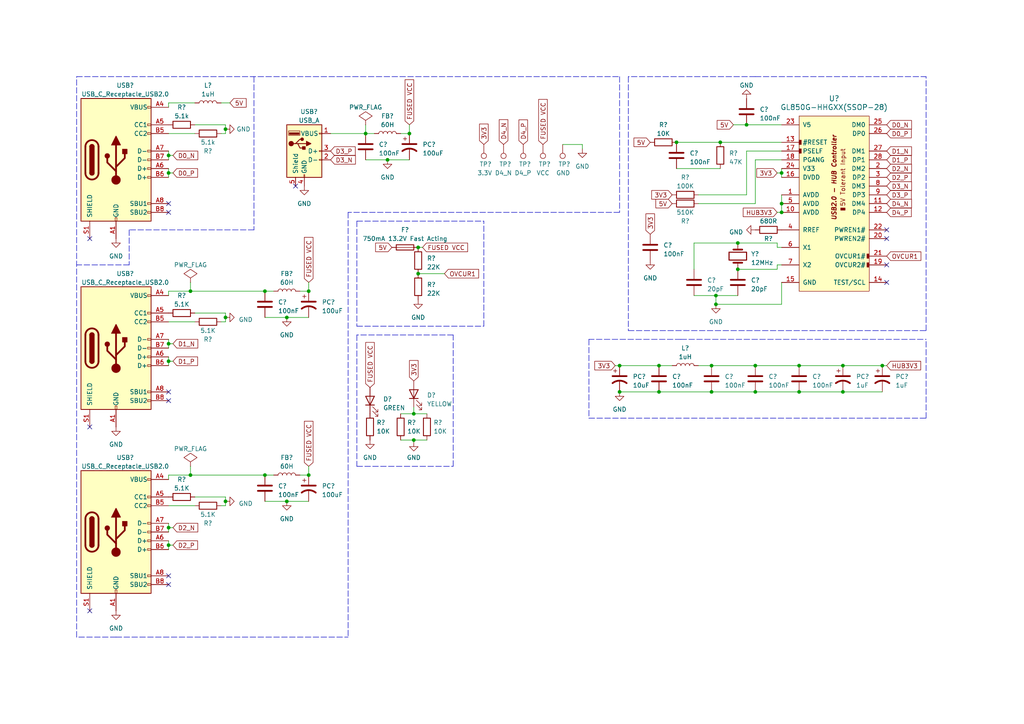
<source format=kicad_sch>
(kicad_sch (version 20211123) (generator eeschema)
  (paper "A4")
  (lib_symbols
    (symbol "Connector:TestPoint" (pin_numbers hide) (pin_names (offset 0.762) hide)
      (property "Reference" "TP" (at 0 6.858 0))
      (property "Value" "TestPoint" (at 0 5.08 0))
      (symbol "TestPoint_0_1"
        (circle (center 0 3.302) (radius 0.762))
      )
      (symbol "TestPoint_1_1"
        (pin passive line (at 0 0 90) (length 2.54) (name "1") (number "1"))
      )
    )
    (symbol "Connector:USB_A" (pin_names (offset 1.016))
      (property "Reference" "J" (at -5.08 11.43 0))
      (property "Value" "USB_A" (at -5.08 8.89 0))
      (symbol "USB_A_0_1"
        (rectangle (start -5.08 -7.62) (end 5.08 7.62) (stroke (width 0.254)) (fill (type background)))
        (circle (center -3.81 2.159) (radius 0.635) (stroke (width 0.254)) (fill (type outline)))
        (rectangle (start -1.524 4.826) (end -4.318 5.334) (fill (type outline)))
        (rectangle (start -1.27 4.572) (end -4.572 5.842))
        (circle (center -0.635 3.429) (radius 0.381) (stroke (width 0.254)) (fill (type outline)))
        (rectangle (start -0.127 -7.62) (end 0.127 -6.858))
        (polyline (pts (xy -3.175 2.159) (xy -2.54 2.159) (xy -1.27 3.429) (xy -0.635 3.429)) (stroke (width 0.254)))
        (polyline (pts (xy -2.54 2.159) (xy -1.905 2.159) (xy -1.27 0.889) (xy 0 0.889)) (stroke (width 0.254)))
        (polyline (pts (xy 0.635 2.794) (xy 0.635 1.524) (xy 1.905 2.159) (xy 0.635 2.794)) (stroke (width 0.254)) (fill (type outline)))
        (rectangle (start 0.254 1.27) (end -0.508 0.508) (stroke (width 0.254)) (fill (type outline)))
        (rectangle (start 5.08 -2.667) (end 4.318 -2.413))
        (rectangle (start 5.08 -0.127) (end 4.318 0.127))
        (rectangle (start 5.08 4.953) (end 4.318 5.207))
      )
      (symbol "USB_A_1_1"
        (polyline (pts (xy -1.905 2.159) (xy 0.635 2.159)) (stroke (width 0.254)))
        (pin power_in line (at 7.62 5.08 180) (length 2.54) (name "VBUS") (number "1"))
        (pin bidirectional line (at 7.62 -2.54 180) (length 2.54) (name "D-") (number "2"))
        (pin bidirectional line (at 7.62 0 180) (length 2.54) (name "D+") (number "3"))
        (pin power_in line (at 0 -10.16 90) (length 2.54) (name "GND") (number "4"))
        (pin passive line (at -2.54 -10.16 90) (length 2.54) (name "Shield") (number "5"))
      )
    )
    (symbol "Connector:USB_C_Receptacle_USB2.0" (pin_names (offset 1.016))
      (property "Reference" "J" (at -10.16 19.05 0))
      (property "Value" "USB_C_Receptacle_USB2.0" (at 19.05 19.05 0))
      (symbol "USB_C_Receptacle_USB2.0_0_0"
        (rectangle (start -0.254 -17.78) (end 0.254 -16.764))
        (rectangle (start 10.16 -14.986) (end 9.144 -15.494))
        (rectangle (start 10.16 -12.446) (end 9.144 -12.954))
        (rectangle (start 10.16 -4.826) (end 9.144 -5.334))
        (rectangle (start 10.16 -2.286) (end 9.144 -2.794))
        (rectangle (start 10.16 0.254) (end 9.144 -0.254))
        (rectangle (start 10.16 2.794) (end 9.144 2.286))
        (rectangle (start 10.16 7.874) (end 9.144 7.366))
        (rectangle (start 10.16 10.414) (end 9.144 9.906))
        (rectangle (start 10.16 15.494) (end 9.144 14.986))
      )
      (symbol "USB_C_Receptacle_USB2.0_0_1"
        (rectangle (start -10.16 17.78) (end 10.16 -17.78) (stroke (width 0.254)) (fill (type background)))
        (arc (start -8.89 -3.81) (mid -6.985 -5.715) (end -5.08 -3.81) (stroke (width 0.508)))
        (arc (start -7.62 -3.81) (mid -6.985 -4.445) (end -6.35 -3.81) (stroke (width 0.254)))
        (arc (start -7.62 -3.81) (mid -6.985 -4.445) (end -6.35 -3.81) (stroke (width 0.254)) (fill (type outline)))
        (rectangle (start -7.62 -3.81) (end -6.35 3.81) (stroke (width 0.254)) (fill (type outline)))
        (arc (start -6.35 3.81) (mid -6.985 4.445) (end -7.62 3.81) (stroke (width 0.254)))
        (arc (start -6.35 3.81) (mid -6.985 4.445) (end -7.62 3.81) (stroke (width 0.254)) (fill (type outline)))
        (arc (start -5.08 3.81) (mid -6.985 5.715) (end -8.89 3.81) (stroke (width 0.508)))
        (circle (center -2.54 1.143) (radius 0.635) (stroke (width 0.254)) (fill (type outline)))
        (circle (center 0 -5.842) (radius 1.27) (fill (type outline)))
        (polyline (pts (xy -8.89 -3.81) (xy -8.89 3.81)) (stroke (width 0.508)))
        (polyline (pts (xy -5.08 3.81) (xy -5.08 -3.81)) (stroke (width 0.508)))
        (polyline (pts (xy 0 -5.842) (xy 0 4.318)) (stroke (width 0.508)))
        (polyline (pts (xy 0 -3.302) (xy -2.54 -0.762) (xy -2.54 0.508)) (stroke (width 0.508)))
        (polyline (pts (xy 0 -2.032) (xy 2.54 0.508) (xy 2.54 1.778)) (stroke (width 0.508)))
        (polyline (pts (xy -1.27 4.318) (xy 0 6.858) (xy 1.27 4.318) (xy -1.27 4.318)) (stroke (width 0.254)) (fill (type outline)))
        (rectangle (start 1.905 1.778) (end 3.175 3.048) (stroke (width 0.254)) (fill (type outline)))
      )
      (symbol "USB_C_Receptacle_USB2.0_1_1"
        (pin passive line (at 0 -22.86 90) (length 5.08) (name "GND") (number "A1"))
        (pin passive line (at 0 -22.86 90) (length 5.08) hide (name "GND") (number "A12"))
        (pin passive line (at 15.24 15.24 180) (length 5.08) (name "VBUS") (number "A4"))
        (pin bidirectional line (at 15.24 10.16 180) (length 5.08) (name "CC1") (number "A5"))
        (pin bidirectional line (at 15.24 -2.54 180) (length 5.08) (name "D+") (number "A6"))
        (pin bidirectional line (at 15.24 2.54 180) (length 5.08) (name "D-") (number "A7"))
        (pin bidirectional line (at 15.24 -12.7 180) (length 5.08) (name "SBU1") (number "A8"))
        (pin passive line (at 15.24 15.24 180) (length 5.08) hide (name "VBUS") (number "A9"))
        (pin passive line (at 0 -22.86 90) (length 5.08) hide (name "GND") (number "B1"))
        (pin passive line (at 0 -22.86 90) (length 5.08) hide (name "GND") (number "B12"))
        (pin passive line (at 15.24 15.24 180) (length 5.08) hide (name "VBUS") (number "B4"))
        (pin bidirectional line (at 15.24 7.62 180) (length 5.08) (name "CC2") (number "B5"))
        (pin bidirectional line (at 15.24 -5.08 180) (length 5.08) (name "D+") (number "B6"))
        (pin bidirectional line (at 15.24 0 180) (length 5.08) (name "D-") (number "B7"))
        (pin bidirectional line (at 15.24 -15.24 180) (length 5.08) (name "SBU2") (number "B8"))
        (pin passive line (at 15.24 15.24 180) (length 5.08) hide (name "VBUS") (number "B9"))
        (pin passive line (at -7.62 -22.86 90) (length 5.08) (name "SHIELD") (number "S1"))
      )
    )
    (symbol "Device:C" (pin_numbers hide) (pin_names (offset 0.254))
      (property "Reference" "C" (at 0.635 2.54 0))
      (property "Value" "C" (at 0.635 -2.54 0))
      (symbol "C_0_1"
        (polyline (pts (xy -2.032 -0.762) (xy 2.032 -0.762)) (stroke (width 0.508)))
        (polyline (pts (xy -2.032 0.762) (xy 2.032 0.762)) (stroke (width 0.508)))
      )
      (symbol "C_1_1"
        (pin passive line (at 0 3.81 270) (length 2.794) (name "~") (number "1"))
        (pin passive line (at 0 -3.81 90) (length 2.794) (name "~") (number "2"))
      )
    )
    (symbol "Device:C_Polarized_US" (pin_numbers hide) (pin_names (offset 0.254) hide)
      (property "Reference" "C" (at 0.635 2.54 0))
      (property "Value" "C_Polarized_US" (at 0.635 -2.54 0))
      (symbol "C_Polarized_US_0_1"
        (polyline (pts (xy -2.032 0.762) (xy 2.032 0.762)) (stroke (width 0.508)))
        (polyline (pts (xy -1.778 2.286) (xy -0.762 2.286)))
        (polyline (pts (xy -1.27 1.778) (xy -1.27 2.794)))
        (arc (start 2.032 -1.27) (mid 0 -0.5572) (end -2.032 -1.27) (stroke (width 0.508)))
      )
      (symbol "C_Polarized_US_1_1"
        (pin passive line (at 0 3.81 270) (length 2.794) (name "~") (number "1"))
        (pin passive line (at 0 -3.81 90) (length 3.302) (name "~") (number "2"))
      )
    )
    (symbol "Device:Crystal" (pin_numbers hide) (pin_names (offset 1.016) hide)
      (property "Reference" "Y" (at 0 3.81 0))
      (property "Value" "Crystal" (at 0 -3.81 0))
      (symbol "Crystal_0_1"
        (rectangle (start -1.143 2.54) (end 1.143 -2.54) (stroke (width 0.3048)))
        (polyline (pts (xy -2.54 0) (xy -1.905 0)))
        (polyline (pts (xy -1.905 -1.27) (xy -1.905 1.27)) (stroke (width 0.508)))
        (polyline (pts (xy 1.905 -1.27) (xy 1.905 1.27)) (stroke (width 0.508)))
        (polyline (pts (xy 2.54 0) (xy 1.905 0)))
      )
      (symbol "Crystal_1_1"
        (pin passive line (at -3.81 0 0) (length 1.27) (name "1") (number "1"))
        (pin passive line (at 3.81 0 180) (length 1.27) (name "2") (number "2"))
      )
    )
    (symbol "Device:Fuse" (pin_numbers hide) (pin_names (offset 0))
      (property "Reference" "F" (at 2.032 0 90))
      (property "Value" "Fuse" (at -1.905 0 90))
      (symbol "Fuse_0_1"
        (rectangle (start -0.762 -2.54) (end 0.762 2.54) (stroke (width 0.254)))
        (polyline (pts (xy 0 2.54) (xy 0 -2.54)))
      )
      (symbol "Fuse_1_1"
        (pin passive line (at 0 3.81 270) (length 1.27) (name "~") (number "1"))
        (pin passive line (at 0 -3.81 90) (length 1.27) (name "~") (number "2"))
      )
    )
    (symbol "Device:L" (pin_numbers hide) (pin_names (offset 1.016) hide)
      (property "Reference" "L" (at -1.27 0 90))
      (property "Value" "L" (at 1.905 0 90))
      (symbol "L_0_1"
        (arc (start 0 -2.54) (mid 0.635 -1.905) (end 0 -1.27))
        (arc (start 0 -1.27) (mid 0.635 -0.635) (end 0 0))
        (arc (start 0 0) (mid 0.635 0.635) (end 0 1.27))
        (arc (start 0 1.27) (mid 0.635 1.905) (end 0 2.54))
      )
      (symbol "L_1_1"
        (pin passive line (at 0 3.81 270) (length 1.27) (name "1") (number "1"))
        (pin passive line (at 0 -3.81 90) (length 1.27) (name "2") (number "2"))
      )
    )
    (symbol "Device:LED" (pin_numbers hide) (pin_names (offset 1.016) hide)
      (property "Reference" "D" (at 0 2.54 0))
      (property "Value" "LED" (at 0 -2.54 0))
      (symbol "LED_0_1"
        (polyline (pts (xy -1.27 -1.27) (xy -1.27 1.27)) (stroke (width 0.254)))
        (polyline (pts (xy -1.27 0) (xy 1.27 0)))
        (polyline (pts (xy 1.27 -1.27) (xy 1.27 1.27) (xy -1.27 0) (xy 1.27 -1.27)) (stroke (width 0.254)))
        (polyline (pts (xy -3.048 -0.762) (xy -4.572 -2.286) (xy -3.81 -2.286) (xy -4.572 -2.286) (xy -4.572 -1.524)))
        (polyline (pts (xy -1.778 -0.762) (xy -3.302 -2.286) (xy -2.54 -2.286) (xy -3.302 -2.286) (xy -3.302 -1.524)))
      )
      (symbol "LED_1_1"
        (pin passive line (at -3.81 0 0) (length 2.54) (name "K") (number "1"))
        (pin passive line (at 3.81 0 180) (length 2.54) (name "A") (number "2"))
      )
    )
    (symbol "Device:R" (pin_numbers hide) (pin_names (offset 0))
      (property "Reference" "R" (at 2.032 0 90))
      (property "Value" "R" (at 0 0 90))
      (symbol "R_0_1"
        (rectangle (start -1.016 -2.54) (end 1.016 2.54) (stroke (width 0.254)))
      )
      (symbol "R_1_1"
        (pin passive line (at 0 3.81 270) (length 1.27) (name "~") (number "1"))
        (pin passive line (at 0 -3.81 90) (length 1.27) (name "~") (number "2"))
      )
    )
    (symbol "OLIMEX_IC:GL850G-HHGXX(SSOP-28)" (pin_names (offset 1.016))
      (property "Reference" "U" (at 0 27.94 0))
      (property "Value" "GL850G-HHGXX(SSOP-28)" (at 0 -27.94 0))
      (symbol "GL850G-HHGXX(SSOP-28)_0_0"
        (rectangle (start -10.16 15.875) (end -9.525 14.605) (fill (type outline)))
        (rectangle (start -10.16 18.415) (end -9.525 17.145) (fill (type outline)))
        (rectangle (start 1.905 -1.905) (end 3.175 -1.27) (fill (type outline)))
        (rectangle (start 9.525 -17.145) (end 10.16 -18.415) (fill (type outline)))
        (rectangle (start 9.525 -14.605) (end 10.16 -15.875) (fill (type outline)))
        (text "5V Tolerant Input" (at 2.54 7.62 900) (effects (font (size 1.27 1.27))))
        (text "USB2.0 - HUB Controller" (at 0 7.62 900) (effects (font (size 1.27 1.27) bold italic)))
      )
      (symbol "GL850G-HHGXX(SSOP-28)_0_1"
        (rectangle (start -10.16 25.4) (end 10.16 -25.4) (fill (type background)))
      )
      (symbol "GL850G-HHGXX(SSOP-28)_1_1"
        (pin power_in line (at -15.24 2.54 0) (length 5.08) (name "AVDD") (number "1"))
        (pin power_in line (at -15.24 -2.54 0) (length 5.08) (name "AVDD") (number "10"))
        (pin bidirectional line (at 15.24 0 180) (length 5.08) (name "DM4") (number "11"))
        (pin bidirectional line (at 15.24 -2.54 180) (length 5.08) (name "DP4") (number "12"))
        (pin input line (at -15.24 17.78 0) (length 5.08) (name "#RESET") (number "13"))
        (pin input line (at 15.24 -22.86 180) (length 5.08) (name "TEST/SCL") (number "14"))
        (pin power_in line (at -15.24 -22.86 0) (length 5.08) (name "GND") (number "15"))
        (pin power_in line (at -15.24 7.62 0) (length 5.08) (name "DVDD") (number "16"))
        (pin input line (at -15.24 15.24 0) (length 5.08) (name "PSELF") (number "17"))
        (pin bidirectional line (at -15.24 12.7 0) (length 5.08) (name "PGANG") (number "18"))
        (pin bidirectional line (at 15.24 -17.78 180) (length 5.08) (name "OVCUR2#") (number "19"))
        (pin bidirectional line (at 15.24 10.16 180) (length 5.08) (name "DM2") (number "2"))
        (pin output line (at 15.24 -10.16 180) (length 5.08) (name "PWREN2#") (number "20"))
        (pin bidirectional line (at 15.24 -15.24 180) (length 5.08) (name "OVCUR1#") (number "21"))
        (pin output line (at 15.24 -7.62 180) (length 5.08) (name "PWREN1#") (number "22"))
        (pin power_in line (at -15.24 22.86 0) (length 5.08) (name "V5") (number "23"))
        (pin power_out line (at -15.24 10.16 0) (length 5.08) (name "V33") (number "24"))
        (pin bidirectional line (at 15.24 22.86 180) (length 5.08) (name "DM0") (number "25"))
        (pin bidirectional line (at 15.24 20.32 180) (length 5.08) (name "DP0") (number "26"))
        (pin bidirectional line (at 15.24 15.24 180) (length 5.08) (name "DM1") (number "27"))
        (pin bidirectional line (at 15.24 12.7 180) (length 5.08) (name "DP1") (number "28"))
        (pin bidirectional line (at 15.24 7.62 180) (length 5.08) (name "DP2") (number "3"))
        (pin bidirectional line (at -15.24 -7.62 0) (length 5.08) (name "RREF") (number "4"))
        (pin power_in line (at -15.24 0 0) (length 5.08) (name "AVDD") (number "5"))
        (pin input line (at -15.24 -12.7 0) (length 5.08) (name "X1") (number "6"))
        (pin output line (at -15.24 -17.78 0) (length 5.08) (name "X2") (number "7"))
        (pin bidirectional line (at 15.24 5.08 180) (length 5.08) (name "DM3") (number "8"))
        (pin bidirectional line (at 15.24 2.54 180) (length 5.08) (name "DP3") (number "9"))
      )
    )
    (symbol "OLIMEX_Power:GND" (power) (pin_names (offset 0))
      (property "Value" "GND" (at 0 -3.81 0))
      (symbol "GND_0_1"
        (polyline (pts (xy 0 0) (xy 0 -1.27) (xy 1.27 -1.27) (xy 0 -2.54) (xy -1.27 -1.27) (xy 0 -1.27)))
      )
      (symbol "GND_1_1"
        (pin power_in line (at 0 0 270) (length 0) hide (name "GND") (number "1"))
      )
    )
    (symbol "OLIMEX_Power:PWR_FLAG" (power) (pin_numbers hide) (pin_names (offset 0) hide)
      (property "Value" "PWR_FLAG" (at 0 4.572 0))
      (symbol "PWR_FLAG_0_0"
        (pin power_out line (at 0 0 90) (length 0) (name "pwr") (number "1"))
      )
      (symbol "PWR_FLAG_0_1"
        (polyline (pts (xy 0 0) (xy 0 1.27) (xy -1.905 2.54) (xy 0 3.81) (xy 1.905 2.54) (xy 0 1.27)))
      )
    )
    (symbol "power:GND" (power) (pin_names (offset 0))
      (property "Value" "GND" (at 0 -3.81 0))
      (symbol "GND_0_1"
        (polyline (pts (xy 0 0) (xy 0 -1.27) (xy 1.27 -1.27) (xy 0 -2.54) (xy -1.27 -1.27) (xy 0 -1.27)))
      )
      (symbol "GND_1_1"
        (pin power_in line (at 0 0 270) (length 0) hide (name "GND") (number "1"))
      )
    )
  )
  (junction (at 76.835 84.455) (diameter 0.9144))
  (junction (at 207.645 85.725) (diameter 0.9144))
  (junction (at 48.895 50.165) (diameter 0.9144))
  (junction (at 206.375 113.665) (diameter 0.9144))
  (junction (at 89.535 137.795) (diameter 0.9144))
  (junction (at 118.745 38.735) (diameter 0.9144))
  (junction (at 244.475 113.665) (diameter 0.9144))
  (junction (at 55.245 84.455) (diameter 0.9144))
  (junction (at 255.905 106.045) (diameter 0.9144))
  (junction (at 226.695 50.165) (diameter 0.9144))
  (junction (at 112.395 46.355) (diameter 0.9144))
  (junction (at 48.895 99.695) (diameter 0.9144))
  (junction (at 216.535 36.195) (diameter 0.9144))
  (junction (at 55.245 137.795) (diameter 0.9144))
  (junction (at 65.405 37.465))
  (junction (at 219.075 106.045) (diameter 0.9144))
  (junction (at 76.835 137.795) (diameter 0.9144))
  (junction (at 226.695 61.595) (diameter 0.9144))
  (junction (at 231.775 106.045) (diameter 0.9144))
  (junction (at 48.895 158.115) (diameter 0.9144))
  (junction (at 48.895 104.775) (diameter 0.9144))
  (junction (at 219.075 113.665) (diameter 0.9144))
  (junction (at 191.135 113.665) (diameter 0.9144))
  (junction (at 179.705 113.665) (diameter 0.9144))
  (junction (at 120.015 127.635))
  (junction (at 213.995 78.105) (diameter 0.9144))
  (junction (at 179.705 106.045) (diameter 0.9144))
  (junction (at 231.775 113.665) (diameter 0.9144))
  (junction (at 83.185 145.415) (diameter 0.9144))
  (junction (at 48.895 45.085) (diameter 0.9144))
  (junction (at 213.995 70.485) (diameter 0.9144))
  (junction (at 208.915 41.275) (diameter 0.9144))
  (junction (at 106.045 38.735) (diameter 0.9144))
  (junction (at 121.285 71.755) (diameter 0.9144))
  (junction (at 207.645 88.265) (diameter 0.9144))
  (junction (at 206.375 106.045) (diameter 0.9144))
  (junction (at 83.185 92.075) (diameter 0.9144))
  (junction (at 226.695 59.055) (diameter 0.9144))
  (junction (at 191.135 106.045) (diameter 0.9144))
  (junction (at 89.535 84.455) (diameter 0.9144))
  (junction (at 48.895 153.035) (diameter 0.9144))
  (junction (at 120.015 120.015))
  (junction (at 65.405 145.415) (diameter 0.9144))
  (junction (at 65.405 92.075) (diameter 0.9144))
  (junction (at 121.285 79.375) (diameter 0.9144))
  (junction (at 244.475 106.045) (diameter 0.9144))
  (junction (at 196.215 41.275) (diameter 0.9144))
  (no_connect (at 48.895 167.005))
  (no_connect (at 257.175 66.675))
  (no_connect (at 48.895 59.055))
  (no_connect (at 48.895 61.595))
  (no_connect (at 26.035 123.825))
  (no_connect (at 257.175 81.915))
  (no_connect (at 257.175 76.835))
  (no_connect (at 85.725 53.975))
  (no_connect (at 48.895 169.545))
  (no_connect (at 26.035 177.165))
  (no_connect (at 26.035 69.215))
  (no_connect (at 48.895 116.205))
  (no_connect (at 48.895 113.665))
  (no_connect (at 257.175 69.215))
  (wire (pts (xy 76.835 84.455) (xy 79.375 84.455)))
  (polyline (pts (xy 103.505 64.135) (xy 140.335 64.135)) (stroke (width 0) (type dash)))
  (polyline (pts (xy 182.245 22.225) (xy 182.245 95.885)) (stroke (width 0) (type dash)))
  (wire (pts (xy 48.895 99.695) (xy 50.165 99.695)))
  (wire (pts (xy 65.405 144.145) (xy 65.405 145.415)))
  (wire (pts (xy 112.395 46.355) (xy 118.745 46.355)))
  (polyline (pts (xy 131.445 135.255) (xy 131.445 97.155)) (stroke (width 0) (type dash)))
  (polyline (pts (xy 73.66 22.225) (xy 73.66 66.675)) (stroke (width 0) (type dash)))
  (wire (pts (xy 48.895 93.345) (xy 56.515 93.345)))
  (wire (pts (xy 76.835 137.795) (xy 79.375 137.795)))
  (wire (pts (xy 106.045 36.195) (xy 106.045 38.735)))
  (polyline (pts (xy 140.335 94.615) (xy 140.335 64.135)) (stroke (width 0) (type dash)))
  (wire (pts (xy 48.895 29.845) (xy 48.895 31.115)))
  (wire (pts (xy 48.895 153.035) (xy 48.895 154.305)))
  (wire (pts (xy 48.895 146.685) (xy 56.515 146.685)))
  (wire (pts (xy 89.535 81.915) (xy 89.535 84.455)))
  (wire (pts (xy 64.135 29.845) (xy 66.675 29.845)))
  (polyline (pts (xy 268.605 121.285) (xy 268.605 98.425)) (stroke (width 0) (type dash)))
  (polyline (pts (xy 37.465 76.835) (xy 22.225 76.835)) (stroke (width 0) (type dash)))
  (wire (pts (xy 219.075 46.355) (xy 226.695 46.355)))
  (polyline (pts (xy 22.225 22.225) (xy 179.705 22.225)) (stroke (width 0) (type dash)))
  (wire (pts (xy 64.135 38.735) (xy 65.405 38.735)))
  (wire (pts (xy 64.135 146.685) (xy 65.405 146.685)))
  (wire (pts (xy 219.075 59.055) (xy 219.075 46.355)))
  (polyline (pts (xy 33.655 184.785) (xy 22.225 184.785)) (stroke (width 0) (type dash)))
  (wire (pts (xy 225.425 50.165) (xy 226.695 50.165)))
  (wire (pts (xy 244.475 113.665) (xy 255.905 113.665)))
  (wire (pts (xy 225.425 71.755) (xy 226.695 71.755)))
  (wire (pts (xy 64.135 93.345) (xy 65.405 93.345)))
  (wire (pts (xy 213.995 78.105) (xy 225.425 78.105)))
  (wire (pts (xy 219.075 113.665) (xy 231.775 113.665)))
  (wire (pts (xy 120.015 118.11) (xy 120.015 120.015)))
  (wire (pts (xy 48.895 45.085) (xy 48.895 46.355)))
  (polyline (pts (xy 170.815 121.285) (xy 268.605 121.285)) (stroke (width 0) (type dash)))
  (wire (pts (xy 56.515 90.805) (xy 65.405 90.805)))
  (wire (pts (xy 206.375 113.665) (xy 219.075 113.665)))
  (wire (pts (xy 179.705 113.665) (xy 191.135 113.665)))
  (wire (pts (xy 191.135 106.045) (xy 194.945 106.045)))
  (polyline (pts (xy 219.075 22.225) (xy 182.245 22.225)) (stroke (width 0) (type dash)))
  (wire (pts (xy 226.695 50.165) (xy 226.695 51.435)))
  (wire (pts (xy 48.895 158.115) (xy 48.895 159.385)))
  (wire (pts (xy 226.695 88.265) (xy 207.645 88.265)))
  (polyline (pts (xy 103.505 64.135) (xy 103.505 94.615)) (stroke (width 0) (type dash)))
  (wire (pts (xy 201.295 70.485) (xy 213.995 70.485)))
  (polyline (pts (xy 219.075 22.225) (xy 268.605 22.225)) (stroke (width 0) (type dash)))
  (wire (pts (xy 48.895 84.455) (xy 55.245 84.455)))
  (wire (pts (xy 48.895 45.085) (xy 50.165 45.085)))
  (polyline (pts (xy 33.655 184.785) (xy 100.965 184.785)) (stroke (width 0) (type dash)))
  (wire (pts (xy 212.725 36.195) (xy 216.535 36.195)))
  (wire (pts (xy 48.895 98.425) (xy 48.895 99.695)))
  (wire (pts (xy 206.375 106.045) (xy 219.075 106.045)))
  (wire (pts (xy 216.535 43.815) (xy 226.695 43.815)))
  (wire (pts (xy 244.475 106.045) (xy 255.905 106.045)))
  (wire (pts (xy 48.895 43.815) (xy 48.895 45.085)))
  (polyline (pts (xy 103.505 135.255) (xy 131.445 135.255)) (stroke (width 0) (type dash)))
  (wire (pts (xy 207.645 88.265) (xy 207.645 85.725)))
  (wire (pts (xy 216.535 56.515) (xy 216.535 43.815)))
  (wire (pts (xy 178.435 106.045) (xy 179.705 106.045)))
  (wire (pts (xy 225.425 78.105) (xy 225.425 76.835)))
  (wire (pts (xy 231.775 113.665) (xy 244.475 113.665)))
  (wire (pts (xy 48.895 48.895) (xy 48.895 50.165)))
  (wire (pts (xy 76.835 92.075) (xy 83.185 92.075)))
  (wire (pts (xy 48.895 104.775) (xy 48.895 106.045)))
  (wire (pts (xy 48.895 50.165) (xy 50.165 50.165)))
  (wire (pts (xy 65.405 37.465) (xy 65.405 38.735)))
  (polyline (pts (xy 179.705 22.225) (xy 179.705 61.595)) (stroke (width 0) (type dash)))
  (wire (pts (xy 106.045 46.355) (xy 112.395 46.355)))
  (wire (pts (xy 48.895 151.765) (xy 48.895 153.035)))
  (wire (pts (xy 56.515 36.195) (xy 65.405 36.195)))
  (wire (pts (xy 48.895 103.505) (xy 48.895 104.775)))
  (wire (pts (xy 48.895 156.845) (xy 48.895 158.115)))
  (wire (pts (xy 121.285 79.375) (xy 128.905 79.375)))
  (wire (pts (xy 48.895 158.115) (xy 50.165 158.115)))
  (wire (pts (xy 191.135 113.665) (xy 206.375 113.665)))
  (wire (pts (xy 202.565 106.045) (xy 206.375 106.045)))
  (polyline (pts (xy 100.965 61.595) (xy 100.965 184.785)) (stroke (width 0) (type dash)))
  (wire (pts (xy 89.535 135.255) (xy 89.535 137.795)))
  (wire (pts (xy 201.295 85.725) (xy 207.645 85.725)))
  (wire (pts (xy 86.995 84.455) (xy 89.535 84.455)))
  (polyline (pts (xy 182.245 95.885) (xy 268.605 95.885)) (stroke (width 0) (type dash)))
  (polyline (pts (xy 170.815 98.425) (xy 170.815 121.285)) (stroke (width 0) (type dash)))
  (wire (pts (xy 48.895 85.725) (xy 48.895 84.455)))
  (polyline (pts (xy 103.505 97.155) (xy 103.505 135.255)) (stroke (width 0) (type dash)))
  (wire (pts (xy 116.205 127.635) (xy 120.015 127.635)))
  (wire (pts (xy 202.565 59.055) (xy 219.075 59.055)))
  (polyline (pts (xy 103.505 94.615) (xy 140.335 94.615)) (stroke (width 0) (type dash)))
  (wire (pts (xy 118.745 36.195) (xy 118.745 38.735)))
  (wire (pts (xy 219.075 106.045) (xy 231.775 106.045)))
  (wire (pts (xy 55.245 137.795) (xy 76.835 137.795)))
  (wire (pts (xy 116.205 120.015) (xy 120.015 120.015)))
  (wire (pts (xy 179.705 106.045) (xy 191.135 106.045)))
  (wire (pts (xy 208.915 41.275) (xy 226.695 41.275)))
  (wire (pts (xy 226.695 81.915) (xy 226.695 88.265)))
  (wire (pts (xy 65.405 145.415) (xy 65.405 146.685)))
  (polyline (pts (xy 197.485 98.425) (xy 170.815 98.425)) (stroke (width 0) (type dash)))
  (wire (pts (xy 196.215 48.895) (xy 208.915 48.895)))
  (wire (pts (xy 55.245 135.255) (xy 55.245 137.795)))
  (wire (pts (xy 120.015 120.015) (xy 123.825 120.015)))
  (wire (pts (xy 213.995 70.485) (xy 225.425 70.485)))
  (wire (pts (xy 48.895 104.775) (xy 50.165 104.775)))
  (wire (pts (xy 106.045 38.735) (xy 108.585 38.735)))
  (wire (pts (xy 48.895 38.735) (xy 56.515 38.735)))
  (wire (pts (xy 226.695 48.895) (xy 226.695 50.165)))
  (wire (pts (xy 225.425 76.835) (xy 226.695 76.835)))
  (wire (pts (xy 255.905 106.045) (xy 257.175 106.045)))
  (wire (pts (xy 216.535 36.195) (xy 226.695 36.195)))
  (polyline (pts (xy 197.485 98.425) (xy 268.605 98.425)) (stroke (width 0) (type dash)))
  (wire (pts (xy 226.695 59.055) (xy 226.695 61.595)))
  (wire (pts (xy 76.835 145.415) (xy 83.185 145.415)))
  (wire (pts (xy 163.195 41.91) (xy 168.91 41.91)))
  (wire (pts (xy 225.425 70.485) (xy 225.425 71.755)))
  (wire (pts (xy 225.425 61.595) (xy 226.695 61.595)))
  (polyline (pts (xy 179.705 61.595) (xy 100.965 61.595)) (stroke (width 0) (type dash)))
  (wire (pts (xy 121.285 71.755) (xy 122.555 71.755)))
  (polyline (pts (xy 131.445 97.155) (xy 103.505 97.155)) (stroke (width 0) (type dash)))
  (wire (pts (xy 56.515 144.145) (xy 65.405 144.145)))
  (wire (pts (xy 120.015 127.635) (xy 120.015 128.27)))
  (wire (pts (xy 168.91 41.91) (xy 168.91 43.18)))
  (wire (pts (xy 83.185 145.415) (xy 89.535 145.415)))
  (wire (pts (xy 48.895 99.695) (xy 48.895 100.965)))
  (wire (pts (xy 48.895 50.165) (xy 48.895 51.435)))
  (wire (pts (xy 48.895 153.035) (xy 50.165 153.035)))
  (polyline (pts (xy 73.66 66.675) (xy 37.465 66.675)) (stroke (width 0) (type dash)))
  (wire (pts (xy 120.015 127.635) (xy 123.825 127.635)))
  (wire (pts (xy 55.245 81.915) (xy 55.245 84.455)))
  (wire (pts (xy 226.695 56.515) (xy 226.695 59.055)))
  (wire (pts (xy 48.895 137.795) (xy 55.245 137.795)))
  (polyline (pts (xy 268.605 95.885) (xy 268.605 22.225)) (stroke (width 0) (type dash)))
  (wire (pts (xy 196.215 41.275) (xy 208.915 41.275)))
  (wire (pts (xy 48.895 139.065) (xy 48.895 137.795)))
  (wire (pts (xy 55.245 84.455) (xy 76.835 84.455)))
  (wire (pts (xy 201.295 70.485) (xy 201.295 78.105)))
  (wire (pts (xy 116.205 38.735) (xy 118.745 38.735)))
  (polyline (pts (xy 37.465 66.675) (xy 37.465 76.835)) (stroke (width 0) (type dash)))
  (polyline (pts (xy 22.225 184.785) (xy 22.225 22.225)) (stroke (width 0) (type dash)))
  (wire (pts (xy 48.895 29.845) (xy 56.515 29.845)))
  (wire (pts (xy 83.185 92.075) (xy 89.535 92.075)))
  (wire (pts (xy 202.565 56.515) (xy 216.535 56.515)))
  (wire (pts (xy 231.775 106.045) (xy 244.475 106.045)))
  (wire (pts (xy 207.645 85.725) (xy 213.995 85.725)))
  (wire (pts (xy 86.995 137.795) (xy 89.535 137.795)))
  (wire (pts (xy 65.405 90.805) (xy 65.405 92.075)))
  (wire (pts (xy 65.405 36.195) (xy 65.405 37.465)))
  (wire (pts (xy 95.885 38.735) (xy 106.045 38.735)))
  (wire (pts (xy 65.405 92.075) (xy 65.405 93.345)))
  (global_label "3V3" (shape input) (at 194.945 56.515 180) (property "Intersheet References" "${INTERSHEET_REFS}" (effects hide)))
  (global_label "D3_P" (shape input) (at 95.885 43.815 0) (property "Intersheet References" "${INTERSHEET_REFS}" (effects hide)))
  (global_label "5V" (shape input) (at 194.945 59.055 180) (property "Intersheet References" "${INTERSHEET_REFS}" (effects hide)))
  (global_label "D2_P" (shape input) (at 257.175 51.435 0) (property "Intersheet References" "${INTERSHEET_REFS}" (effects hide)))
  (global_label "D1_P" (shape input) (at 50.165 104.775 0) (property "Intersheet References" "${INTERSHEET_REFS}" (effects hide)))
  (global_label "D2_N" (shape input) (at 257.175 48.895 0) (property "Intersheet References" "${INTERSHEET_REFS}" (effects hide)))
  (global_label "3V3" (shape input) (at 120.015 110.49 90) (property "Intersheet References" "${INTERSHEET_REFS}" (effects hide)))
  (global_label "5V" (shape input) (at 212.725 36.195 180) (property "Intersheet References" "${INTERSHEET_REFS}" (effects hide)))
  (global_label "3V3" (shape input) (at 178.435 106.045 180) (property "Intersheet References" "${INTERSHEET_REFS}" (effects hide)))
  (global_label "D0_P" (shape input) (at 50.165 50.165 0) (property "Intersheet References" "${INTERSHEET_REFS}" (effects hide)))
  (global_label "5V" (shape input) (at 113.665 71.755 180) (property "Intersheet References" "${INTERSHEET_REFS}" (effects hide)))
  (global_label "HUB3V3" (shape input) (at 225.425 61.595 180) (property "Intersheet References" "${INTERSHEET_REFS}" (effects hide)))
  (global_label "D3_N" (shape input) (at 95.885 46.355 0) (property "Intersheet References" "${INTERSHEET_REFS}" (effects hide)))
  (global_label "FUSED VCC" (shape input) (at 89.535 135.255 90) (property "Intersheet References" "${INTERSHEET_REFS}" (effects hide)))
  (global_label "FUSED VCC" (shape input) (at 118.745 36.195 90) (property "Intersheet References" "${INTERSHEET_REFS}" (effects hide)))
  (global_label "D4_P" (shape input) (at 257.175 61.595 0) (property "Intersheet References" "${INTERSHEET_REFS}" (effects hide)))
  (global_label "D1_N" (shape input) (at 50.165 99.695 0) (property "Intersheet References" "${INTERSHEET_REFS}" (effects hide)))
  (global_label "D4_N" (shape input) (at 146.05 41.91 90) (property "Intersheet References" "${INTERSHEET_REFS}" (effects hide)))
  (global_label "D3_P" (shape input) (at 257.175 56.515 0) (property "Intersheet References" "${INTERSHEET_REFS}" (effects hide)))
  (global_label "D0_N" (shape input) (at 257.175 36.195 0) (property "Intersheet References" "${INTERSHEET_REFS}" (effects hide)))
  (global_label "D1_P" (shape input) (at 257.175 46.355 0) (property "Intersheet References" "${INTERSHEET_REFS}" (effects hide)))
  (global_label "D1_N" (shape input) (at 257.175 43.815 0) (property "Intersheet References" "${INTERSHEET_REFS}" (effects hide)))
  (global_label "3V3" (shape input) (at 188.595 67.945 90) (property "Intersheet References" "${INTERSHEET_REFS}" (effects hide)))
  (global_label "D0_N" (shape input) (at 50.165 45.085 0) (property "Intersheet References" "${INTERSHEET_REFS}" (effects hide)))
  (global_label "3V3" (shape input) (at 140.335 41.91 90) (property "Intersheet References" "${INTERSHEET_REFS}" (effects hide)))
  (global_label "D3_N" (shape input) (at 257.175 53.975 0) (property "Intersheet References" "${INTERSHEET_REFS}" (effects hide)))
  (global_label "FUSED VCC" (shape input) (at 107.315 112.395 90) (property "Intersheet References" "${INTERSHEET_REFS}" (effects hide)))
  (global_label "HUB3V3" (shape input) (at 257.175 106.045 0) (property "Intersheet References" "${INTERSHEET_REFS}" (effects hide)))
  (global_label "D2_P" (shape input) (at 50.165 158.115 0) (property "Intersheet References" "${INTERSHEET_REFS}" (effects hide)))
  (global_label "D4_N" (shape input) (at 257.175 59.055 0) (property "Intersheet References" "${INTERSHEET_REFS}" (effects hide)))
  (global_label "FUSED VCC" (shape input) (at 89.535 81.915 90) (property "Intersheet References" "${INTERSHEET_REFS}" (effects hide)))
  (global_label "3V3" (shape input) (at 225.425 50.165 180) (property "Intersheet References" "${INTERSHEET_REFS}" (effects hide)))
  (global_label "FUSED VCC" (shape input) (at 157.48 41.91 90) (property "Intersheet References" "${INTERSHEET_REFS}" (effects hide)))
  (global_label "D0_P" (shape input) (at 257.175 38.735 0) (property "Intersheet References" "${INTERSHEET_REFS}" (effects hide)))
  (global_label "5V" (shape input) (at 188.595 41.275 180) (property "Intersheet References" "${INTERSHEET_REFS}" (effects hide)))
  (global_label "FUSED VCC" (shape input) (at 122.555 71.755 0) (property "Intersheet References" "${INTERSHEET_REFS}" (effects hide)))
  (global_label "OVCUR1" (shape input) (at 128.905 79.375 0) (property "Intersheet References" "${INTERSHEET_REFS}" (effects hide)))
  (global_label "D2_N" (shape input) (at 50.165 153.035 0) (property "Intersheet References" "${INTERSHEET_REFS}" (effects hide)))
  (global_label "D4_P" (shape input) (at 151.765 41.91 90) (property "Intersheet References" "${INTERSHEET_REFS}" (effects hide)))
  (global_label "5V" (shape input) (at 66.675 29.845 0) (property "Intersheet References" "${INTERSHEET_REFS}" (effects hide)))
  (global_label "OVCUR1" (shape input) (at 257.175 74.295 0) (property "Intersheet References" "${INTERSHEET_REFS}" (effects hide)))
  (symbol (lib_id "Device:R") (at 121.285 75.565 0) (unit 1)
    (property "Reference" "R?" (at 123.825 74.9299 0) (effects (justify left)))
    (property "Value" "22K" (at 123.825 77.4699 0) (effects (justify left)))
    (property "Footprint" "Resistor_SMD:R_0603_1608Metric" (effects hide))
  )
  (symbol (lib_id "OLIMEX_Power:GND") (at 33.655 123.825 0) (unit 1)
    (property "Reference" "#PWR?" (effects hide))
    (property "Value" "GND" (at 33.655 128.905 0))
  )
  (symbol (lib_id "OLIMEX_Power:GND") (at 88.265 53.975 0) (unit 1)
    (property "Reference" "#PWR?" (effects hide))
    (property "Value" "GND" (at 88.265 59.055 0))
  )
  (symbol (lib_id "Device:C") (at 76.835 141.605 0) (unit 1)
    (property "Reference" "C?" (at 80.645 140.9699 0) (effects (justify left)))
    (property "Value" "100nF" (at 80.645 143.5099 0) (effects (justify left)))
    (property "Footprint" "Capacitor_SMD:C_0603_1608Metric" (effects hide))
  )
  (symbol (lib_id "OLIMEX_Power:GND") (at 107.315 127.635 0) (unit 1)
    (property "Reference" "#PWR?" (effects hide))
    (property "Value" "GND" (at 107.315 132.715 0))
  )
  (symbol (lib_id "Device:R") (at 52.705 36.195 90) (unit 1)
    (property "Reference" "R?" (at 52.705 31.115 90))
    (property "Value" "5.1k" (at 52.705 33.655 90))
    (property "Footprint" "Resistor_SMD:R_0603_1608Metric" (effects hide))
  )
  (symbol (lib_id "Connector:USB_C_Receptacle_USB2.0") (at 33.655 46.355 0) (unit 1)
    (property "Reference" "USB?" (at 36.322 24.765 0))
    (property "Value" "USB_C_Receptacle_USB2.0" (at 36.322 27.305 0))
    (property "Footprint" "Connector_USB:USB_C_Receptacle_Palconn_UTC16-G" (effects hide))
    (property "Datasheet" "https://www.usb.org/sites/default/files/documents/usb_type-c.zip" (effects hide))
  )
  (symbol (lib_id "OLIMEX_Power:GND") (at 121.285 86.995 0) (unit 1)
    (property "Reference" "#PWR?" (effects hide))
    (property "Value" "GND" (at 121.285 92.075 0))
  )
  (symbol (lib_id "Device:C_Polarized_US") (at 179.705 109.855 0) (unit 1)
    (property "Reference" "PC?" (at 183.515 109.2199 0) (effects (justify left)))
    (property "Value" "10uF" (at 183.515 111.7599 0) (effects (justify left)))
    (property "Footprint" "Capacitor_THT:CP_Radial_D5.0mm_P2.00mm" (effects hide))
  )
  (symbol (lib_id "Device:C") (at 191.135 109.855 0) (unit 1)
    (property "Reference" "C?" (at 194.945 109.2199 0) (effects (justify left)))
    (property "Value" "100nF" (at 194.945 111.7599 0) (effects (justify left)))
    (property "Footprint" "Capacitor_SMD:C_0603_1608Metric" (effects hide))
  )
  (symbol (lib_id "Device:R") (at 198.755 59.055 90) (unit 1)
    (property "Reference" "R?" (at 198.755 64.135 90))
    (property "Value" "510K" (at 198.755 61.595 90))
    (property "Footprint" "Resistor_SMD:R_0603_1608Metric" (effects hide))
  )
  (symbol (lib_id "Device:C_Polarized_US") (at 89.535 88.265 0) (unit 1)
    (property "Reference" "PC?" (at 93.345 87.6299 0) (effects (justify left)))
    (property "Value" "100uF" (at 93.345 90.1699 0) (effects (justify left)))
    (property "Footprint" "Capacitor_THT:CP_Radial_D5.0mm_P2.00mm" (effects hide))
  )
  (symbol (lib_id "OLIMEX_Power:GND") (at 120.015 128.27 0) (unit 1)
    (property "Reference" "#PWR?" (effects hide))
    (property "Value" "GND" (at 120.015 132.715 0))
  )
  (symbol (lib_id "Device:C_Polarized_US") (at 89.535 141.605 0) (unit 1)
    (property "Reference" "PC?" (at 93.345 140.9699 0) (effects (justify left)))
    (property "Value" "100uF" (at 93.345 143.5099 0) (effects (justify left)))
    (property "Footprint" "Capacitor_THT:CP_Radial_D5.0mm_P2.00mm" (effects hide))
  )
  (symbol (lib_id "OLIMEX_Power:GND") (at 188.595 75.565 0) (unit 1)
    (property "Reference" "#PWR?" (effects hide))
    (property "Value" "GND" (at 188.595 80.645 0))
  )
  (symbol (lib_id "Device:L") (at 112.395 38.735 90) (unit 1)
    (property "Reference" "FB?" (at 112.395 33.655 90))
    (property "Value" "60H" (at 112.395 36.195 90))
    (property "Footprint" "Inductor_SMD:L_0805_2012Metric" (effects hide))
  )
  (symbol (lib_id "OLIMEX_Power:GND") (at 207.645 88.265 0) (unit 1)
    (property "Reference" "#PWR?" (effects hide))
    (property "Value" "GND" (at 207.645 93.345 0))
  )
  (symbol (lib_id "OLIMEX_Power:GND") (at 112.395 46.355 0) (unit 1)
    (property "Reference" "#PWR?" (effects hide))
    (property "Value" "GND" (at 112.395 51.435 0))
  )
  (symbol (lib_id "Device:R") (at 107.315 123.825 0) (unit 1)
    (property "Reference" "R?" (at 109.22 122.5549 0) (effects (justify left)))
    (property "Value" "10K" (at 109.22 125.0949 0) (effects (justify left)))
    (property "Footprint" "Resistor_SMD:R_0603_1608Metric" (effects hide))
  )
  (symbol (lib_id "Device:C") (at 76.835 88.265 0) (unit 1)
    (property "Reference" "C?" (at 80.645 87.6299 0) (effects (justify left)))
    (property "Value" "100nF" (at 80.645 90.1699 0) (effects (justify left)))
    (property "Footprint" "Capacitor_SMD:C_0603_1608Metric" (effects hide))
  )
  (symbol (lib_id "Connector:TestPoint") (at 151.765 41.91 180) (unit 1)
    (property "Reference" "TP?" (at 150.495 47.625 0) (effects (justify right)))
    (property "Value" "D4_P" (at 149.225 50.165 0) (effects (justify right)))
  )
  (symbol (lib_id "Device:R") (at 52.705 90.805 90) (unit 1)
    (property "Reference" "R?" (at 52.705 85.725 90))
    (property "Value" "5.1K" (at 52.705 88.265 90))
    (property "Footprint" "Resistor_SMD:R_0603_1608Metric" (effects hide))
  )
  (symbol (lib_id "Device:C_Polarized_US") (at 255.905 109.855 0) (unit 1)
    (property "Reference" "PC?" (at 259.715 109.2199 0) (effects (justify left)))
    (property "Value" "1uF" (at 259.715 111.7599 0) (effects (justify left)))
    (property "Footprint" "Capacitor_THT:CP_Radial_D5.0mm_P2.00mm" (effects hide))
  )
  (symbol (lib_id "Connector:USB_C_Receptacle_USB2.0") (at 33.655 100.965 0) (unit 1)
    (property "Reference" "USB?" (at 36.322 79.375 0))
    (property "Value" "USB_C_Receptacle_USB2.0" (at 36.322 81.915 0))
    (property "Footprint" "Connector_USB:USB_C_Receptacle_Palconn_UTC16-G" (effects hide))
    (property "Datasheet" "https://www.usb.org/sites/default/files/documents/usb_type-c.zip" (effects hide))
  )
  (symbol (lib_id "Device:LED") (at 107.315 116.205 90) (unit 1)
    (property "Reference" "D?" (at 111.125 115.7604 90) (effects (justify right)))
    (property "Value" "GREEN" (at 111.125 118.3004 90) (effects (justify right)))
    (property "Footprint" "LED_SMD:LED_0805_2012Metric" (effects hide))
  )
  (symbol (lib_id "Device:R") (at 222.885 66.675 90) (unit 1)
    (property "Reference" "R?" (at 222.885 69.215 90))
    (property "Value" "680R" (at 222.885 64.135 90))
    (property "Footprint" "Resistor_SMD:R_0603_1608Metric" (effects hide))
  )
  (symbol (lib_id "Device:C") (at 196.215 45.085 0) (unit 1)
    (property "Reference" "C?" (at 200.025 44.4499 0) (effects (justify left)))
    (property "Value" "100nF" (at 200.025 46.9899 0) (effects (justify left)))
    (property "Footprint" "Capacitor_SMD:C_0603_1608Metric" (effects hide))
  )
  (symbol (lib_id "Device:C_Polarized_US") (at 118.745 42.545 0) (unit 1)
    (property "Reference" "PC?" (at 122.555 41.9099 0) (effects (justify left)))
    (property "Value" "100uF" (at 122.555 44.4499 0) (effects (justify left)))
    (property "Footprint" "Capacitor_THT:CP_Radial_D5.0mm_P2.00mm" (effects hide))
  )
  (symbol (lib_id "Device:C") (at 216.535 32.385 0) (unit 1)
    (property "Reference" "C?" (at 220.345 31.7499 0) (effects (justify left)))
    (property "Value" "100nF" (at 220.345 34.2899 0) (effects (justify left)))
    (property "Footprint" "Capacitor_SMD:C_0603_1608Metric" (effects hide))
  )
  (symbol (lib_id "Device:L") (at 83.185 84.455 90) (unit 1)
    (property "Reference" "FB?" (at 83.185 79.375 90))
    (property "Value" "60H" (at 83.185 81.915 90))
    (property "Footprint" "Inductor_SMD:L_0805_2012Metric" (effects hide))
  )
  (symbol (lib_id "Device:Crystal") (at 213.995 74.295 270) (unit 1)
    (property "Reference" "Y?" (at 217.805 73.6599 90) (effects (justify left)))
    (property "Value" "12MHz" (at 217.805 76.1999 90) (effects (justify left)))
    (property "Footprint" "Crystal:Crystal_HC50_Vertical" (effects hide))
  )
  (symbol (lib_id "Device:R") (at 208.915 45.085 0) (unit 1)
    (property "Reference" "R?" (at 211.455 44.4499 0) (effects (justify left)))
    (property "Value" "47K" (at 211.455 46.9899 0) (effects (justify left)))
    (property "Footprint" "Resistor_SMD:R_0603_1608Metric" (effects hide))
  )
  (symbol (lib_id "Device:C") (at 219.075 109.855 0) (unit 1)
    (property "Reference" "C?" (at 222.885 109.2199 0) (effects (justify left)))
    (property "Value" "100nF" (at 222.885 111.7599 0) (effects (justify left)))
    (property "Footprint" "Capacitor_SMD:C_0603_1608Metric" (effects hide))
  )
  (symbol (lib_id "OLIMEX_Power:GND") (at 33.655 69.215 0) (unit 1)
    (property "Reference" "#PWR?" (effects hide))
    (property "Value" "GND" (at 33.655 74.295 0))
  )
  (symbol (lib_id "Connector:TestPoint") (at 140.335 41.91 180) (unit 1)
    (property "Reference" "TP?" (at 139.065 47.625 0) (effects (justify right)))
    (property "Value" "3.3V" (at 138.43 50.165 0) (effects (justify right)))
  )
  (symbol (lib_id "Device:R") (at 116.205 123.825 0) (unit 1)
    (property "Reference" "R?" (at 118.11 122.5549 0) (effects (justify left)))
    (property "Value" "10K" (at 118.11 125.095 0) (effects (justify left)))
    (property "Footprint" "Resistor_SMD:R_0603_1608Metric" (effects hide))
  )
  (symbol (lib_id "Device:R") (at 60.325 146.685 90) (unit 1)
    (property "Reference" "R?" (at 60.325 151.765 90))
    (property "Value" "5.1K" (at 60.325 149.225 90))
    (property "Footprint" "Resistor_SMD:R_0603_1608Metric" (effects hide))
  )
  (symbol (lib_id "OLIMEX_Power:GND") (at 33.655 177.165 0) (unit 1)
    (property "Reference" "#PWR?" (effects hide))
    (property "Value" "GND" (at 33.655 182.245 0))
  )
  (symbol (lib_id "Device:C") (at 201.295 81.915 0) (unit 1)
    (property "Reference" "C?" (at 205.105 81.2799 0) (effects (justify left)))
    (property "Value" "20pF" (at 205.105 83.8199 0) (effects (justify left)))
    (property "Footprint" "Capacitor_SMD:C_0603_1608Metric" (effects hide))
  )
  (symbol (lib_id "OLIMEX_Power:PWR_FLAG") (at 55.245 81.915 0) (unit 1)
    (property "Reference" "#FLG?" (effects hide))
    (property "Value" "PWR_FLAG" (at 55.245 76.835 0))
  )
  (symbol (lib_id "OLIMEX_Power:GND") (at 65.405 37.465 90) (unit 1)
    (property "Reference" "#PWR?" (effects hide))
    (property "Value" "GND" (at 68.58 37.4649 90) (effects (justify right)))
  )
  (symbol (lib_id "OLIMEX_Power:PWR_FLAG") (at 55.245 135.255 0) (unit 1)
    (property "Reference" "#FLG?" (effects hide))
    (property "Value" "PWR_FLAG" (at 55.245 130.175 0))
  )
  (symbol (lib_id "OLIMEX_Power:PWR_FLAG") (at 106.045 36.195 0) (unit 1)
    (property "Reference" "#FLG?" (effects hide))
    (property "Value" "PWR_FLAG" (at 106.045 31.115 0))
  )
  (symbol (lib_id "OLIMEX_Power:GND") (at 83.185 92.075 0) (unit 1)
    (property "Reference" "#PWR?" (effects hide))
    (property "Value" "GND" (at 83.185 97.155 0))
  )
  (symbol (lib_id "OLIMEX_IC:GL850G-HHGXX(SSOP-28)") (at 241.935 59.055 0) (unit 1)
    (property "Reference" "U?" (at 241.935 28.575 0) (effects (font (size 1.524 1.524))))
    (property "Value" "GL850G-HHGXX(SSOP-28)" (at 241.935 31.115 0) (effects (font (size 1.524 1.524))))
    (property "Footprint" "Package_SO:SSOP-28_5.3x10.2mm_P0.65mm" (effects hide))
  )
  (symbol (lib_id "Device:R") (at 60.325 38.735 90) (unit 1)
    (property "Reference" "R?" (at 60.325 43.815 90))
    (property "Value" "5.1k" (at 60.325 41.275 90))
    (property "Footprint" "Resistor_SMD:R_0603_1608Metric" (effects hide))
  )
  (symbol (lib_id "Device:R") (at 192.405 41.275 90) (unit 1)
    (property "Reference" "R?" (at 192.405 36.195 90))
    (property "Value" "10K" (at 192.405 38.735 90))
    (property "Footprint" "Resistor_SMD:R_0603_1608Metric" (effects hide))
  )
  (symbol (lib_id "Device:C") (at 188.595 71.755 0) (unit 1)
    (property "Reference" "C?" (at 192.405 71.1199 0) (effects (justify left)))
    (property "Value" "100nF" (at 192.405 73.6599 0) (effects (justify left)))
    (property "Footprint" "Capacitor_SMD:C_0603_1608Metric" (effects hide))
  )
  (symbol (lib_id "Device:C") (at 231.775 109.855 0) (unit 1)
    (property "Reference" "C?" (at 235.585 109.2199 0) (effects (justify left)))
    (property "Value" "100nF" (at 235.585 111.7599 0) (effects (justify left)))
    (property "Footprint" "Capacitor_SMD:C_0603_1608Metric" (effects hide))
  )
  (symbol (lib_id "Connector:TestPoint") (at 157.48 41.91 180) (unit 1)
    (property "Reference" "TP?" (at 156.21 47.625 0) (effects (justify right)))
    (property "Value" "VCC" (at 155.575 50.165 0) (effects (justify right)))
  )
  (symbol (lib_id "Device:Fuse") (at 117.475 71.755 90) (unit 1)
    (property "Reference" "F?" (at 117.475 66.675 90))
    (property "Value" "750mA 13.2V Fast Acting" (at 117.475 69.215 90))
    (property "Footprint" "Fuse:Fuse_1812_4532Metric" (effects hide))
  )
  (symbol (lib_id "Device:C") (at 213.995 81.915 0) (unit 1)
    (property "Reference" "C?" (at 217.805 81.2799 0) (effects (justify left)))
    (property "Value" "20pF" (at 217.805 83.8199 0) (effects (justify left)))
    (property "Footprint" "Capacitor_SMD:C_0603_1608Metric" (effects hide))
  )
  (symbol (lib_id "OLIMEX_Power:GND") (at 216.535 28.575 180) (unit 1)
    (property "Reference" "#PWR?" (effects hide))
    (property "Value" "GND" (at 216.535 24.765 0))
  )
  (symbol (lib_id "Device:R") (at 60.325 93.345 90) (unit 1)
    (property "Reference" "R?" (at 60.325 98.425 90))
    (property "Value" "5.1K" (at 60.325 95.885 90))
    (property "Footprint" "Resistor_SMD:R_0603_1608Metric" (effects hide))
  )
  (symbol (lib_id "Device:L") (at 198.755 106.045 90) (unit 1)
    (property "Reference" "L?" (at 198.755 100.965 90))
    (property "Value" "1uH" (at 198.755 103.505 90))
    (property "Footprint" "Inductor_SMD:L_0805_2012Metric" (effects hide))
  )
  (symbol (lib_id "Connector:USB_C_Receptacle_USB2.0") (at 33.655 154.305 0) (unit 1)
    (property "Reference" "USB?" (at 36.322 132.715 0))
    (property "Value" "USB_C_Receptacle_USB2.0" (at 36.322 135.255 0))
    (property "Footprint" "Connector_USB:USB_C_Receptacle_Palconn_UTC16-G" (effects hide))
    (property "Datasheet" "https://www.usb.org/sites/default/files/documents/usb_type-c.zip" (effects hide))
  )
  (symbol (lib_id "power:GND") (at 168.91 43.18 0) (unit 1)
    (property "Reference" "#PWR?" (effects hide))
    (property "Value" "GND" (at 168.91 48.26 0))
  )
  (symbol (lib_id "Connector:USB_A") (at 88.265 43.815 0) (unit 1)
    (property "Reference" "USB?" (at 89.662 32.385 0))
    (property "Value" "USB_A" (at 89.662 34.925 0))
    (property "Footprint" "Connector_USB:USB_A_Molex_67643_Horizontal" (effects hide))
    (property "Datasheet" " ~" (effects hide))
  )
  (symbol (lib_id "OLIMEX_Power:GND") (at 65.405 92.075 90) (unit 1)
    (property "Reference" "#PWR?" (effects hide))
    (property "Value" "GND" (at 69.215 92.7099 90) (effects (justify right)))
  )
  (symbol (lib_id "Device:C_Polarized_US") (at 244.475 109.855 0) (unit 1)
    (property "Reference" "PC?" (at 248.285 109.2199 0) (effects (justify left)))
    (property "Value" "1uF" (at 248.285 111.7599 0) (effects (justify left)))
    (property "Footprint" "Capacitor_THT:CP_Radial_D5.0mm_P2.00mm" (effects hide))
  )
  (symbol (lib_id "Device:L") (at 83.185 137.795 90) (unit 1)
    (property "Reference" "FB?" (at 83.185 132.715 90))
    (property "Value" "60H" (at 83.185 135.255 90))
    (property "Footprint" "Inductor_SMD:L_0805_2012Metric" (effects hide))
  )
  (symbol (lib_id "Connector:TestPoint") (at 163.195 41.91 180) (unit 1)
    (property "Reference" "TP?" (at 161.925 47.625 0) (effects (justify right)))
    (property "Value" "GND" (at 161.29 50.165 0) (effects (justify right)))
  )
  (symbol (lib_id "Device:C") (at 106.045 42.545 0) (unit 1)
    (property "Reference" "C?" (at 109.855 41.9099 0) (effects (justify left)))
    (property "Value" "100nF" (at 109.855 44.4499 0) (effects (justify left)))
    (property "Footprint" "Capacitor_SMD:C_0603_1608Metric" (effects hide))
  )
  (symbol (lib_id "Device:R") (at 123.825 123.825 0) (unit 1)
    (property "Reference" "R?" (at 125.73 122.5549 0) (effects (justify left)))
    (property "Value" "10K" (at 125.73 125.0949 0) (effects (justify left)))
    (property "Footprint" "Resistor_SMD:R_0603_1608Metric" (effects hide))
  )
  (symbol (lib_id "Connector:TestPoint") (at 146.05 41.91 180) (unit 1)
    (property "Reference" "TP?" (at 144.78 47.625 0) (effects (justify right)))
    (property "Value" "D4_N" (at 143.51 50.165 0) (effects (justify right)))
  )
  (symbol (lib_id "OLIMEX_Power:GND") (at 219.075 66.675 270) (unit 1)
    (property "Reference" "#PWR?" (effects hide))
    (property "Value" "GND" (at 211.455 67.3099 90) (effects (justify left)))
  )
  (symbol (lib_id "Device:R") (at 121.285 83.185 0) (unit 1)
    (property "Reference" "R?" (at 123.825 82.5499 0) (effects (justify left)))
    (property "Value" "22K" (at 123.825 85.0899 0) (effects (justify left)))
    (property "Footprint" "Resistor_SMD:R_0603_1608Metric" (effects hide))
  )
  (symbol (lib_id "Device:LED") (at 120.015 114.3 90) (unit 1)
    (property "Reference" "D?" (at 123.825 114.6174 90) (effects (justify right)))
    (property "Value" "YELLOW" (at 123.825 117.1574 90) (effects (justify right)))
    (property "Footprint" "LED_SMD:LED_0805_2012Metric" (effects hide))
  )
  (symbol (lib_id "OLIMEX_Power:GND") (at 65.405 145.415 90) (unit 1)
    (property "Reference" "#PWR?" (effects hide))
    (property "Value" "GND" (at 69.215 146.0499 90) (effects (justify right)))
  )
  (symbol (lib_id "OLIMEX_Power:GND") (at 83.185 145.415 0) (unit 1)
    (property "Reference" "#PWR?" (effects hide))
    (property "Value" "GND" (at 83.185 150.495 0))
  )
  (symbol (lib_id "Device:R") (at 52.705 144.145 90) (unit 1)
    (property "Reference" "R?" (at 52.705 139.065 90))
    (property "Value" "5.1K" (at 52.705 141.605 90))
    (property "Footprint" "Resistor_SMD:R_0603_1608Metric" (effects hide))
  )
  (symbol (lib_id "Device:C") (at 206.375 109.855 0) (unit 1)
    (property "Reference" "C?" (at 210.185 109.2199 0) (effects (justify left)))
    (property "Value" "100nF" (at 210.185 111.7599 0) (effects (justify left)))
    (property "Footprint" "Capacitor_SMD:C_0603_1608Metric" (effects hide))
  )
  (symbol (lib_id "Device:L") (at 60.325 29.845 90) (unit 1)
    (property "Reference" "L?" (at 60.325 24.765 90))
    (property "Value" "1uH" (at 60.325 27.305 90))
    (property "Footprint" "Inductor_SMD:L_0805_2012Metric" (effects hide))
  )
  (symbol (lib_id "Device:R") (at 198.755 56.515 90) (unit 1)
    (property "Reference" "R?" (at 198.755 51.435 90))
    (property "Value" "100K" (at 198.755 53.975 90))
    (property "Footprint" "Resistor_SMD:R_0603_1608Metric" (effects hide))
  )
  (symbol (lib_id "OLIMEX_Power:GND") (at 179.705 113.665 0) (unit 1)
    (property "Reference" "#PWR?" (effects hide))
    (property "Value" "GND" (at 179.705 118.745 0))
  )
)
</source>
